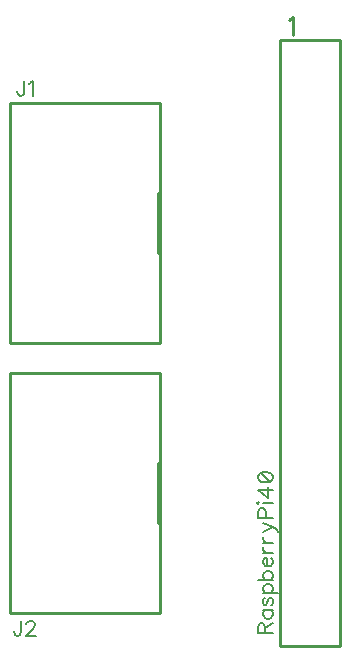
<source format=gbr>
G04 DipTrace 3.2.0.1*
G04 TopSilk.gbr*
%MOMM*%
G04 #@! TF.FileFunction,Legend,Top*
G04 #@! TF.Part,Single*
%ADD10C,0.25*%
%ADD62C,0.19608*%
%ADD63C,0.23529*%
%FSLAX35Y35*%
G04*
G71*
G90*
G75*
G01*
G04 TopSilk*
%LPD*%
X2316000Y6461000D2*
D10*
X1046000D1*
Y4429000D1*
X2316000D1*
Y6461000D1*
Y5699000D2*
Y5318000D1*
X2300125Y5699000D2*
Y5191000D1*
X2316000Y4175000D2*
X1046000D1*
Y2143000D1*
X2316000D1*
Y4175000D1*
Y3413000D2*
Y3032000D1*
X2300125Y3413000D2*
Y2905000D1*
X3840000Y6994000D2*
X3332000D1*
Y1864000D1*
X3840000D1*
Y6994000D1*
X1168554Y6646987D2*
D62*
Y6549840D1*
X1162517Y6531590D1*
X1156340Y6525554D1*
X1144267Y6519377D1*
X1132054D1*
X1119981Y6525554D1*
X1113944Y6531590D1*
X1107767Y6549840D1*
Y6561914D1*
X1207769Y6622560D2*
X1219983Y6628737D1*
X1238233Y6646846D1*
Y6519377D1*
X1141249Y2074987D2*
Y1977840D1*
X1135212Y1959590D1*
X1129035Y1953554D1*
X1116962Y1947377D1*
X1104749D1*
X1092676Y1953554D1*
X1086639Y1959590D1*
X1080462Y1977840D1*
Y1989914D1*
X1186641Y2044523D2*
Y2050560D1*
X1192678Y2062773D1*
X1198715Y2068810D1*
X1210928Y2074846D1*
X1235215D1*
X1247288Y2068810D1*
X1253324Y2062773D1*
X1259501Y2050560D1*
Y2038487D1*
X1253324Y2026273D1*
X1241251Y2008164D1*
X1180465Y1947377D1*
X1265538D1*
X3206800Y1969002D2*
Y2023612D1*
X3200623Y2041862D1*
X3194587Y2048039D1*
X3182514Y2054075D1*
X3170300D1*
X3158227Y2048039D1*
X3152050Y2041862D1*
X3146013Y2023612D1*
Y1969002D1*
X3273623D1*
X3206800Y2011539D2*
X3273623Y2054075D1*
X3188550Y2166151D2*
X3273623Y2166150D1*
X3206800D2*
X3194587Y2154077D1*
X3188550Y2141864D1*
Y2123754D1*
X3194587Y2111541D1*
X3206800Y2099468D1*
X3225050Y2093291D1*
X3237123D1*
X3255373Y2099468D1*
X3267446Y2111541D1*
X3273623Y2123754D1*
Y2141864D1*
X3267446Y2154077D1*
X3255373Y2166150D1*
X3206800Y2272189D2*
X3194587Y2266153D1*
X3188550Y2247903D1*
Y2229653D1*
X3194587Y2211403D1*
X3206800Y2205366D1*
X3218873Y2211403D1*
X3225050Y2223616D1*
X3231087Y2253939D1*
X3237123Y2266153D1*
X3249337Y2272189D1*
X3255373D1*
X3267446Y2266153D1*
X3273623Y2247903D1*
Y2229653D1*
X3267446Y2211403D1*
X3255373Y2205366D1*
X3188550Y2311405D2*
X3316160D1*
X3206800D2*
X3194727Y2323618D1*
X3188550Y2335691D1*
Y2353941D1*
X3194727Y2366155D1*
X3206800Y2378228D1*
X3225050Y2384405D1*
X3237263D1*
X3255373Y2378228D1*
X3267587Y2366155D1*
X3273623Y2353941D1*
Y2335691D1*
X3267587Y2323618D1*
X3255373Y2311405D1*
X3146013Y2423621D2*
X3273623D1*
X3206800D2*
X3194587Y2435834D1*
X3188550Y2447907D1*
Y2466157D1*
X3194587Y2478230D1*
X3206800Y2490444D1*
X3225050Y2496480D1*
X3237123D1*
X3255373Y2490444D1*
X3267446Y2478230D1*
X3273623Y2466157D1*
Y2447907D1*
X3267446Y2435834D1*
X3255373Y2423621D1*
X3225050Y2535696D2*
Y2608555D1*
X3212837D1*
X3200623Y2602519D1*
X3194587Y2596482D1*
X3188550Y2584269D1*
Y2566019D1*
X3194587Y2553946D1*
X3206800Y2541732D1*
X3225050Y2535696D1*
X3237123D1*
X3255373Y2541732D1*
X3267446Y2553946D1*
X3273623Y2566019D1*
Y2584269D1*
X3267446Y2596482D1*
X3255373Y2608555D1*
X3188550Y2647771D2*
X3273623D1*
X3225050D2*
X3206800Y2653948D1*
X3194587Y2666021D1*
X3188550Y2678235D1*
Y2696485D1*
Y2735700D2*
X3273623D1*
X3225050D2*
X3206800Y2741877D1*
X3194587Y2753950D1*
X3188550Y2766164D1*
Y2784414D1*
Y2829806D2*
X3273623Y2866166D1*
X3297910Y2854093D1*
X3310123Y2841879D1*
X3316160Y2829806D1*
Y2823629D1*
X3188550Y2902666D2*
X3273623Y2866166D1*
X3212837Y2941882D2*
X3212836Y2996632D1*
X3206800Y3014741D1*
X3200623Y3020918D1*
X3188550Y3026955D1*
X3170300D1*
X3158227Y3020918D1*
X3152050Y3014741D1*
X3146013Y2996632D1*
Y2941882D1*
X3273623D1*
X3146013Y3066170D2*
X3152050Y3072207D1*
X3146013Y3078384D1*
X3139837Y3072207D1*
X3146013Y3066170D1*
X3188550Y3072207D2*
X3273623D1*
Y3178386D2*
X3146154D1*
X3231086Y3117600D1*
Y3208709D1*
X3146154Y3284425D2*
X3152190Y3266175D1*
X3170440Y3253961D1*
X3200763Y3247925D1*
X3219013D1*
X3249336Y3253961D1*
X3267586Y3266175D1*
X3273623Y3284425D1*
Y3296498D1*
X3267586Y3314748D1*
X3249336Y3326821D1*
X3219013Y3332998D1*
X3200763D1*
X3170440Y3326821D1*
X3152190Y3314748D1*
X3146154Y3296498D1*
Y3284425D1*
X3170440Y3326821D2*
X3249336Y3253961D1*
X3407265Y7161604D2*
D63*
X3421921Y7169017D1*
X3443821Y7190748D1*
Y7037785D1*
M02*

</source>
